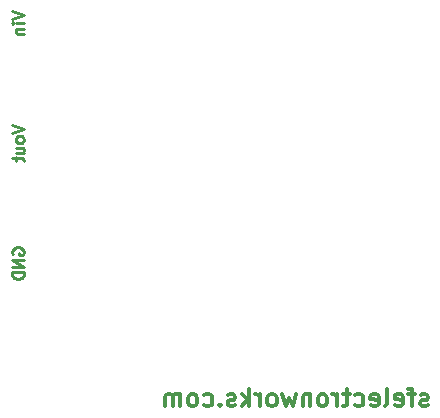
<source format=gbr>
G04 #@! TF.FileFunction,Legend,Bot*
%FSLAX46Y46*%
G04 Gerber Fmt 4.6, Leading zero omitted, Abs format (unit mm)*
G04 Created by KiCad (PCBNEW 4.0.7) date Wednesday, October 03, 2018 'AMt' 10:44:15 AM*
%MOMM*%
%LPD*%
G01*
G04 APERTURE LIST*
%ADD10C,0.100000*%
%ADD11C,0.250000*%
%ADD12C,0.300000*%
G04 APERTURE END LIST*
D10*
D11*
X128405000Y-81788096D02*
X128357381Y-81692858D01*
X128357381Y-81550001D01*
X128405000Y-81407143D01*
X128500238Y-81311905D01*
X128595476Y-81264286D01*
X128785952Y-81216667D01*
X128928810Y-81216667D01*
X129119286Y-81264286D01*
X129214524Y-81311905D01*
X129309762Y-81407143D01*
X129357381Y-81550001D01*
X129357381Y-81645239D01*
X129309762Y-81788096D01*
X129262143Y-81835715D01*
X128928810Y-81835715D01*
X128928810Y-81645239D01*
X129357381Y-82264286D02*
X128357381Y-82264286D01*
X129357381Y-82835715D01*
X128357381Y-82835715D01*
X129357381Y-83311905D02*
X128357381Y-83311905D01*
X128357381Y-83550000D01*
X128405000Y-83692858D01*
X128500238Y-83788096D01*
X128595476Y-83835715D01*
X128785952Y-83883334D01*
X128928810Y-83883334D01*
X129119286Y-83835715D01*
X129214524Y-83788096D01*
X129309762Y-83692858D01*
X129357381Y-83550000D01*
X129357381Y-83311905D01*
X128357381Y-70866190D02*
X129357381Y-71199523D01*
X128357381Y-71532857D01*
X129357381Y-72009047D02*
X129309762Y-71913809D01*
X129262143Y-71866190D01*
X129166905Y-71818571D01*
X128881190Y-71818571D01*
X128785952Y-71866190D01*
X128738333Y-71913809D01*
X128690714Y-72009047D01*
X128690714Y-72151905D01*
X128738333Y-72247143D01*
X128785952Y-72294762D01*
X128881190Y-72342381D01*
X129166905Y-72342381D01*
X129262143Y-72294762D01*
X129309762Y-72247143D01*
X129357381Y-72151905D01*
X129357381Y-72009047D01*
X128690714Y-73199524D02*
X129357381Y-73199524D01*
X128690714Y-72770952D02*
X129214524Y-72770952D01*
X129309762Y-72818571D01*
X129357381Y-72913809D01*
X129357381Y-73056667D01*
X129309762Y-73151905D01*
X129262143Y-73199524D01*
X128690714Y-73532857D02*
X128690714Y-73913809D01*
X128357381Y-73675714D02*
X129214524Y-73675714D01*
X129309762Y-73723333D01*
X129357381Y-73818571D01*
X129357381Y-73913809D01*
X128357381Y-61206191D02*
X129357381Y-61539524D01*
X128357381Y-61872858D01*
X129357381Y-62206191D02*
X128690714Y-62206191D01*
X128357381Y-62206191D02*
X128405000Y-62158572D01*
X128452619Y-62206191D01*
X128405000Y-62253810D01*
X128357381Y-62206191D01*
X128452619Y-62206191D01*
X128690714Y-62682381D02*
X129357381Y-62682381D01*
X128785952Y-62682381D02*
X128738333Y-62730000D01*
X128690714Y-62825238D01*
X128690714Y-62968096D01*
X128738333Y-63063334D01*
X128833571Y-63110953D01*
X129357381Y-63110953D01*
D12*
X163542857Y-94587143D02*
X163400000Y-94658571D01*
X163114285Y-94658571D01*
X162971428Y-94587143D01*
X162900000Y-94444286D01*
X162900000Y-94372857D01*
X162971428Y-94230000D01*
X163114285Y-94158571D01*
X163328571Y-94158571D01*
X163471428Y-94087143D01*
X163542857Y-93944286D01*
X163542857Y-93872857D01*
X163471428Y-93730000D01*
X163328571Y-93658571D01*
X163114285Y-93658571D01*
X162971428Y-93730000D01*
X162471428Y-93658571D02*
X161899999Y-93658571D01*
X162257142Y-94658571D02*
X162257142Y-93372857D01*
X162185714Y-93230000D01*
X162042856Y-93158571D01*
X161899999Y-93158571D01*
X160828571Y-94587143D02*
X160971428Y-94658571D01*
X161257142Y-94658571D01*
X161399999Y-94587143D01*
X161471428Y-94444286D01*
X161471428Y-93872857D01*
X161399999Y-93730000D01*
X161257142Y-93658571D01*
X160971428Y-93658571D01*
X160828571Y-93730000D01*
X160757142Y-93872857D01*
X160757142Y-94015714D01*
X161471428Y-94158571D01*
X159899999Y-94658571D02*
X160042857Y-94587143D01*
X160114285Y-94444286D01*
X160114285Y-93158571D01*
X158757143Y-94587143D02*
X158900000Y-94658571D01*
X159185714Y-94658571D01*
X159328571Y-94587143D01*
X159400000Y-94444286D01*
X159400000Y-93872857D01*
X159328571Y-93730000D01*
X159185714Y-93658571D01*
X158900000Y-93658571D01*
X158757143Y-93730000D01*
X158685714Y-93872857D01*
X158685714Y-94015714D01*
X159400000Y-94158571D01*
X157400000Y-94587143D02*
X157542857Y-94658571D01*
X157828571Y-94658571D01*
X157971429Y-94587143D01*
X158042857Y-94515714D01*
X158114286Y-94372857D01*
X158114286Y-93944286D01*
X158042857Y-93801429D01*
X157971429Y-93730000D01*
X157828571Y-93658571D01*
X157542857Y-93658571D01*
X157400000Y-93730000D01*
X156971429Y-93658571D02*
X156400000Y-93658571D01*
X156757143Y-93158571D02*
X156757143Y-94444286D01*
X156685715Y-94587143D01*
X156542857Y-94658571D01*
X156400000Y-94658571D01*
X155900000Y-94658571D02*
X155900000Y-93658571D01*
X155900000Y-93944286D02*
X155828572Y-93801429D01*
X155757143Y-93730000D01*
X155614286Y-93658571D01*
X155471429Y-93658571D01*
X154757143Y-94658571D02*
X154900001Y-94587143D01*
X154971429Y-94515714D01*
X155042858Y-94372857D01*
X155042858Y-93944286D01*
X154971429Y-93801429D01*
X154900001Y-93730000D01*
X154757143Y-93658571D01*
X154542858Y-93658571D01*
X154400001Y-93730000D01*
X154328572Y-93801429D01*
X154257143Y-93944286D01*
X154257143Y-94372857D01*
X154328572Y-94515714D01*
X154400001Y-94587143D01*
X154542858Y-94658571D01*
X154757143Y-94658571D01*
X153614286Y-93658571D02*
X153614286Y-94658571D01*
X153614286Y-93801429D02*
X153542858Y-93730000D01*
X153400000Y-93658571D01*
X153185715Y-93658571D01*
X153042858Y-93730000D01*
X152971429Y-93872857D01*
X152971429Y-94658571D01*
X152400000Y-93658571D02*
X152114286Y-94658571D01*
X151828572Y-93944286D01*
X151542857Y-94658571D01*
X151257143Y-93658571D01*
X150471428Y-94658571D02*
X150614286Y-94587143D01*
X150685714Y-94515714D01*
X150757143Y-94372857D01*
X150757143Y-93944286D01*
X150685714Y-93801429D01*
X150614286Y-93730000D01*
X150471428Y-93658571D01*
X150257143Y-93658571D01*
X150114286Y-93730000D01*
X150042857Y-93801429D01*
X149971428Y-93944286D01*
X149971428Y-94372857D01*
X150042857Y-94515714D01*
X150114286Y-94587143D01*
X150257143Y-94658571D01*
X150471428Y-94658571D01*
X149328571Y-94658571D02*
X149328571Y-93658571D01*
X149328571Y-93944286D02*
X149257143Y-93801429D01*
X149185714Y-93730000D01*
X149042857Y-93658571D01*
X148900000Y-93658571D01*
X148400000Y-94658571D02*
X148400000Y-93158571D01*
X148257143Y-94087143D02*
X147828572Y-94658571D01*
X147828572Y-93658571D02*
X148400000Y-94230000D01*
X147257143Y-94587143D02*
X147114286Y-94658571D01*
X146828571Y-94658571D01*
X146685714Y-94587143D01*
X146614286Y-94444286D01*
X146614286Y-94372857D01*
X146685714Y-94230000D01*
X146828571Y-94158571D01*
X147042857Y-94158571D01*
X147185714Y-94087143D01*
X147257143Y-93944286D01*
X147257143Y-93872857D01*
X147185714Y-93730000D01*
X147042857Y-93658571D01*
X146828571Y-93658571D01*
X146685714Y-93730000D01*
X145971428Y-94515714D02*
X145900000Y-94587143D01*
X145971428Y-94658571D01*
X146042857Y-94587143D01*
X145971428Y-94515714D01*
X145971428Y-94658571D01*
X144614285Y-94587143D02*
X144757142Y-94658571D01*
X145042856Y-94658571D01*
X145185714Y-94587143D01*
X145257142Y-94515714D01*
X145328571Y-94372857D01*
X145328571Y-93944286D01*
X145257142Y-93801429D01*
X145185714Y-93730000D01*
X145042856Y-93658571D01*
X144757142Y-93658571D01*
X144614285Y-93730000D01*
X143757142Y-94658571D02*
X143900000Y-94587143D01*
X143971428Y-94515714D01*
X144042857Y-94372857D01*
X144042857Y-93944286D01*
X143971428Y-93801429D01*
X143900000Y-93730000D01*
X143757142Y-93658571D01*
X143542857Y-93658571D01*
X143400000Y-93730000D01*
X143328571Y-93801429D01*
X143257142Y-93944286D01*
X143257142Y-94372857D01*
X143328571Y-94515714D01*
X143400000Y-94587143D01*
X143542857Y-94658571D01*
X143757142Y-94658571D01*
X142614285Y-94658571D02*
X142614285Y-93658571D01*
X142614285Y-93801429D02*
X142542857Y-93730000D01*
X142399999Y-93658571D01*
X142185714Y-93658571D01*
X142042857Y-93730000D01*
X141971428Y-93872857D01*
X141971428Y-94658571D01*
X141971428Y-93872857D02*
X141899999Y-93730000D01*
X141757142Y-93658571D01*
X141542857Y-93658571D01*
X141399999Y-93730000D01*
X141328571Y-93872857D01*
X141328571Y-94658571D01*
M02*

</source>
